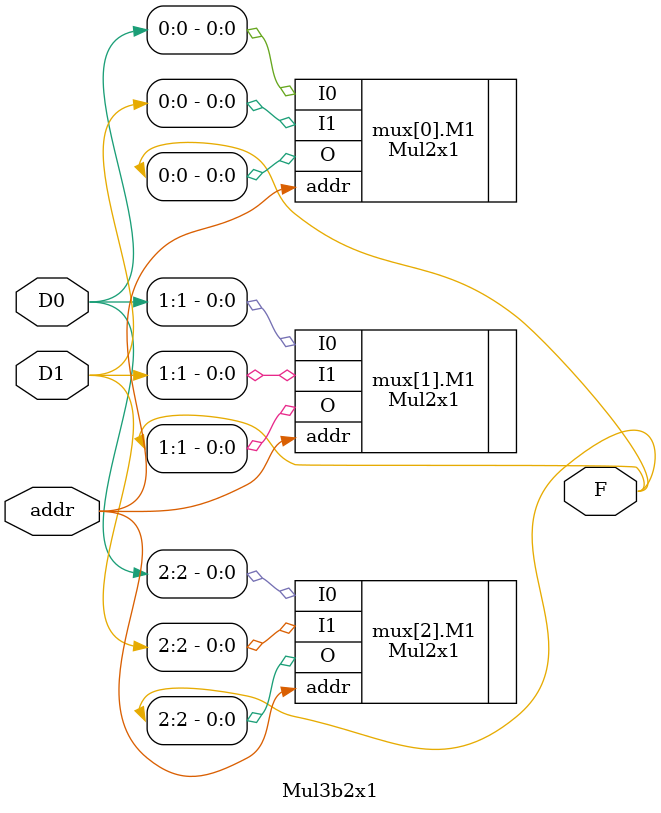
<source format=v>
`timescale 1ns / 1ps
module Mul3b2x1(
	input addr,
	input [2:0] D0,
	input [2:0] D1,
	output [2:0] F);

    genvar i;
    generate
        for (i = 0; i < 3; i = i + 1) begin: mux
            Mul2x1 M1(
                .addr(addr),
                .I0(D0[i]),
                .I1(D1[i]),
                .O(F[i])
            );
        end
    endgenerate
endmodule

</source>
